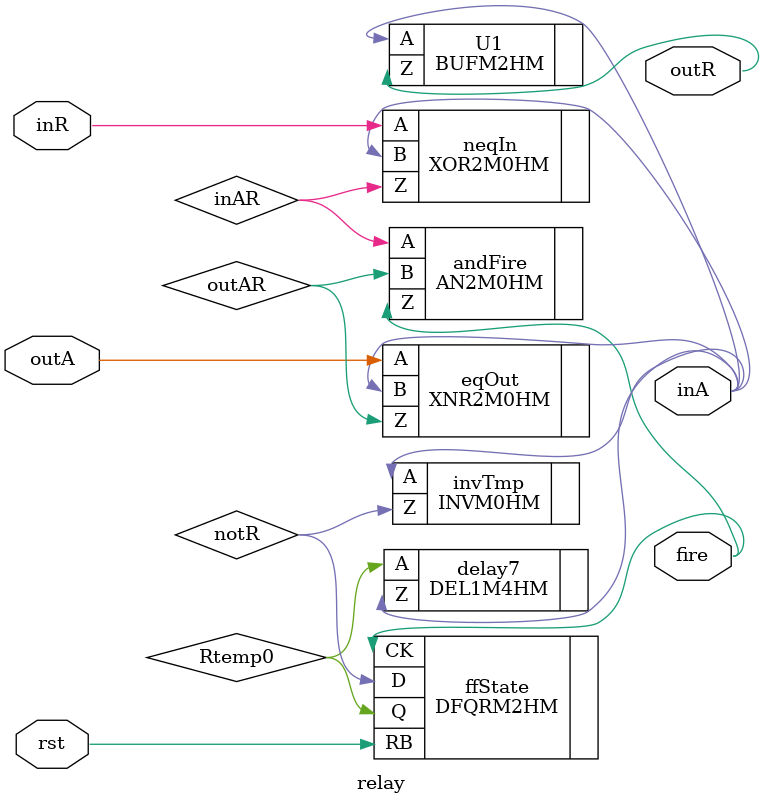
<source format=v>
`timescale 1ns / 1ps


module relay(inR, inA, outR, outA, fire, rst); 

input inR, outA, rst;

output inA, outR, fire;

wire inAR, outAR, notR, rstNeg;
wire Rtemp0, Rtemp1, Rtemp2, Rtemp3, Rtemp4;

XOR2M0HM neqIn ( .A(inR), .B(inA), .Z(inAR) );
XNR2M0HM eqOut ( .A(outA), .B(inA), .Z(outAR) );
AN2M0HM andFire ( .A(inAR), .B(outAR), .Z(fire) );
INVM0HM invTmp ( .A(inA), .Z(notR) );
DFQRM2HM ffState ( .D(notR), .CK(fire), .RB(rst), .Q(Rtemp0) );

DEL1M4HM delay7 ( .A(Rtemp0), .Z(inA) );
BUFM2HM U1 ( .A(inA), .Z(outR) );

endmodule

</source>
